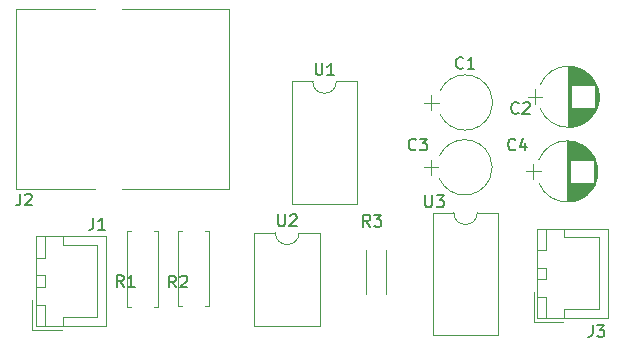
<source format=gbr>
G04 #@! TF.FileFunction,Legend,Top*
%FSLAX46Y46*%
G04 Gerber Fmt 4.6, Leading zero omitted, Abs format (unit mm)*
G04 Created by KiCad (PCBNEW 4.0.6) date 08/17/17 15:20:36*
%MOMM*%
%LPD*%
G01*
G04 APERTURE LIST*
%ADD10C,0.100000*%
%ADD11C,0.120000*%
%ADD12C,0.150000*%
G04 APERTURE END LIST*
D10*
D11*
X46040000Y4180000D02*
X51990000Y4180000D01*
X51990000Y4180000D02*
X51990000Y11780000D01*
X51990000Y11780000D02*
X46040000Y11780000D01*
X46040000Y11780000D02*
X46040000Y4180000D01*
X46040000Y7480000D02*
X46790000Y7480000D01*
X46790000Y7480000D02*
X46790000Y8480000D01*
X46790000Y8480000D02*
X46040000Y8480000D01*
X46040000Y8480000D02*
X46040000Y7480000D01*
X46040000Y4180000D02*
X46790000Y4180000D01*
X46790000Y4180000D02*
X46790000Y5980000D01*
X46790000Y5980000D02*
X46040000Y5980000D01*
X46040000Y5980000D02*
X46040000Y4180000D01*
X46040000Y9980000D02*
X46790000Y9980000D01*
X46790000Y9980000D02*
X46790000Y11780000D01*
X46790000Y11780000D02*
X46040000Y11780000D01*
X46040000Y11780000D02*
X46040000Y9980000D01*
X48290000Y4180000D02*
X48290000Y4930000D01*
X48290000Y4930000D02*
X51240000Y4930000D01*
X51240000Y4930000D02*
X51240000Y7980000D01*
X48290000Y11780000D02*
X48290000Y11030000D01*
X48290000Y11030000D02*
X51240000Y11030000D01*
X51240000Y11030000D02*
X51240000Y7980000D01*
X45740000Y6380000D02*
X45740000Y3880000D01*
X45740000Y3880000D02*
X48240000Y3880000D01*
X27020000Y24230000D02*
X25250000Y24230000D01*
X25250000Y24230000D02*
X25250000Y13830000D01*
X25250000Y13830000D02*
X30790000Y13830000D01*
X30790000Y13830000D02*
X30790000Y24230000D01*
X30790000Y24230000D02*
X29020000Y24230000D01*
X29020000Y24230000D02*
G75*
G02X27020000Y24230000I-1000000J0D01*
G01*
X33220000Y9980000D02*
X33220000Y6260000D01*
X31500000Y9980000D02*
X31500000Y6260000D01*
X1860000Y30370000D02*
X1860000Y15130000D01*
X19890000Y15130000D02*
X10900000Y15140000D01*
X19890000Y15130000D02*
X19890000Y30370000D01*
X19890000Y30370000D02*
X10890000Y30370000D01*
X8560000Y15140000D02*
X1860000Y15130000D01*
X8570000Y30370000D02*
X1860000Y30370000D01*
X13600000Y11570000D02*
X13930000Y11570000D01*
X13930000Y11570000D02*
X13930000Y5150000D01*
X13930000Y5150000D02*
X13600000Y5150000D01*
X11640000Y11570000D02*
X11310000Y11570000D01*
X11310000Y11570000D02*
X11310000Y5150000D01*
X11310000Y5150000D02*
X11640000Y5150000D01*
X48660000Y25490000D02*
X48660000Y20390000D01*
X48700000Y25490000D02*
X48700000Y20390000D01*
X48740000Y25489000D02*
X48740000Y20391000D01*
X48780000Y25488000D02*
X48780000Y20392000D01*
X48820000Y25486000D02*
X48820000Y20394000D01*
X48860000Y25483000D02*
X48860000Y20397000D01*
X48900000Y25479000D02*
X48900000Y20401000D01*
X48940000Y25475000D02*
X48940000Y23920000D01*
X48940000Y21960000D02*
X48940000Y20405000D01*
X48980000Y25471000D02*
X48980000Y23920000D01*
X48980000Y21960000D02*
X48980000Y20409000D01*
X49020000Y25465000D02*
X49020000Y23920000D01*
X49020000Y21960000D02*
X49020000Y20415000D01*
X49060000Y25459000D02*
X49060000Y23920000D01*
X49060000Y21960000D02*
X49060000Y20421000D01*
X49100000Y25453000D02*
X49100000Y23920000D01*
X49100000Y21960000D02*
X49100000Y20427000D01*
X49140000Y25446000D02*
X49140000Y23920000D01*
X49140000Y21960000D02*
X49140000Y20434000D01*
X49180000Y25438000D02*
X49180000Y23920000D01*
X49180000Y21960000D02*
X49180000Y20442000D01*
X49220000Y25429000D02*
X49220000Y23920000D01*
X49220000Y21960000D02*
X49220000Y20451000D01*
X49260000Y25420000D02*
X49260000Y23920000D01*
X49260000Y21960000D02*
X49260000Y20460000D01*
X49300000Y25410000D02*
X49300000Y23920000D01*
X49300000Y21960000D02*
X49300000Y20470000D01*
X49340000Y25400000D02*
X49340000Y23920000D01*
X49340000Y21960000D02*
X49340000Y20480000D01*
X49381000Y25388000D02*
X49381000Y23920000D01*
X49381000Y21960000D02*
X49381000Y20492000D01*
X49421000Y25376000D02*
X49421000Y23920000D01*
X49421000Y21960000D02*
X49421000Y20504000D01*
X49461000Y25364000D02*
X49461000Y23920000D01*
X49461000Y21960000D02*
X49461000Y20516000D01*
X49501000Y25350000D02*
X49501000Y23920000D01*
X49501000Y21960000D02*
X49501000Y20530000D01*
X49541000Y25336000D02*
X49541000Y23920000D01*
X49541000Y21960000D02*
X49541000Y20544000D01*
X49581000Y25322000D02*
X49581000Y23920000D01*
X49581000Y21960000D02*
X49581000Y20558000D01*
X49621000Y25306000D02*
X49621000Y23920000D01*
X49621000Y21960000D02*
X49621000Y20574000D01*
X49661000Y25290000D02*
X49661000Y23920000D01*
X49661000Y21960000D02*
X49661000Y20590000D01*
X49701000Y25273000D02*
X49701000Y23920000D01*
X49701000Y21960000D02*
X49701000Y20607000D01*
X49741000Y25255000D02*
X49741000Y23920000D01*
X49741000Y21960000D02*
X49741000Y20625000D01*
X49781000Y25236000D02*
X49781000Y23920000D01*
X49781000Y21960000D02*
X49781000Y20644000D01*
X49821000Y25216000D02*
X49821000Y23920000D01*
X49821000Y21960000D02*
X49821000Y20664000D01*
X49861000Y25196000D02*
X49861000Y23920000D01*
X49861000Y21960000D02*
X49861000Y20684000D01*
X49901000Y25174000D02*
X49901000Y23920000D01*
X49901000Y21960000D02*
X49901000Y20706000D01*
X49941000Y25152000D02*
X49941000Y23920000D01*
X49941000Y21960000D02*
X49941000Y20728000D01*
X49981000Y25129000D02*
X49981000Y23920000D01*
X49981000Y21960000D02*
X49981000Y20751000D01*
X50021000Y25105000D02*
X50021000Y23920000D01*
X50021000Y21960000D02*
X50021000Y20775000D01*
X50061000Y25080000D02*
X50061000Y23920000D01*
X50061000Y21960000D02*
X50061000Y20800000D01*
X50101000Y25053000D02*
X50101000Y23920000D01*
X50101000Y21960000D02*
X50101000Y20827000D01*
X50141000Y25026000D02*
X50141000Y23920000D01*
X50141000Y21960000D02*
X50141000Y20854000D01*
X50181000Y24998000D02*
X50181000Y23920000D01*
X50181000Y21960000D02*
X50181000Y20882000D01*
X50221000Y24968000D02*
X50221000Y23920000D01*
X50221000Y21960000D02*
X50221000Y20912000D01*
X50261000Y24937000D02*
X50261000Y23920000D01*
X50261000Y21960000D02*
X50261000Y20943000D01*
X50301000Y24905000D02*
X50301000Y23920000D01*
X50301000Y21960000D02*
X50301000Y20975000D01*
X50341000Y24872000D02*
X50341000Y23920000D01*
X50341000Y21960000D02*
X50341000Y21008000D01*
X50381000Y24837000D02*
X50381000Y23920000D01*
X50381000Y21960000D02*
X50381000Y21043000D01*
X50421000Y24801000D02*
X50421000Y23920000D01*
X50421000Y21960000D02*
X50421000Y21079000D01*
X50461000Y24763000D02*
X50461000Y23920000D01*
X50461000Y21960000D02*
X50461000Y21117000D01*
X50501000Y24723000D02*
X50501000Y23920000D01*
X50501000Y21960000D02*
X50501000Y21157000D01*
X50541000Y24682000D02*
X50541000Y23920000D01*
X50541000Y21960000D02*
X50541000Y21198000D01*
X50581000Y24639000D02*
X50581000Y23920000D01*
X50581000Y21960000D02*
X50581000Y21241000D01*
X50621000Y24594000D02*
X50621000Y23920000D01*
X50621000Y21960000D02*
X50621000Y21286000D01*
X50661000Y24546000D02*
X50661000Y23920000D01*
X50661000Y21960000D02*
X50661000Y21334000D01*
X50701000Y24496000D02*
X50701000Y23920000D01*
X50701000Y21960000D02*
X50701000Y21384000D01*
X50741000Y24444000D02*
X50741000Y23920000D01*
X50741000Y21960000D02*
X50741000Y21436000D01*
X50781000Y24388000D02*
X50781000Y23920000D01*
X50781000Y21960000D02*
X50781000Y21492000D01*
X50821000Y24330000D02*
X50821000Y23920000D01*
X50821000Y21960000D02*
X50821000Y21550000D01*
X50861000Y24267000D02*
X50861000Y23920000D01*
X50861000Y21960000D02*
X50861000Y21613000D01*
X50901000Y24201000D02*
X50901000Y21679000D01*
X50941000Y24129000D02*
X50941000Y21751000D01*
X50981000Y24052000D02*
X50981000Y21828000D01*
X51021000Y23968000D02*
X51021000Y21912000D01*
X51061000Y23874000D02*
X51061000Y22006000D01*
X51101000Y23769000D02*
X51101000Y22111000D01*
X51141000Y23647000D02*
X51141000Y22233000D01*
X51181000Y23499000D02*
X51181000Y22381000D01*
X51221000Y23294000D02*
X51221000Y22586000D01*
X45210000Y22940000D02*
X46410000Y22940000D01*
X45810000Y23590000D02*
X45810000Y22290000D01*
X51056863Y23921400D02*
G75*
G03X46262564Y23920000I-2396863J-981400D01*
G01*
X51056863Y21958600D02*
G75*
G02X46262564Y21960000I-2396863J981400D01*
G01*
X51056863Y21958600D02*
G75*
G03X51057436Y23920000I-2396863J981400D01*
G01*
X48560000Y19170000D02*
X48560000Y14070000D01*
X48600000Y19170000D02*
X48600000Y14070000D01*
X48640000Y19169000D02*
X48640000Y14071000D01*
X48680000Y19168000D02*
X48680000Y14072000D01*
X48720000Y19166000D02*
X48720000Y14074000D01*
X48760000Y19163000D02*
X48760000Y14077000D01*
X48800000Y19159000D02*
X48800000Y14081000D01*
X48840000Y19155000D02*
X48840000Y17600000D01*
X48840000Y15640000D02*
X48840000Y14085000D01*
X48880000Y19151000D02*
X48880000Y17600000D01*
X48880000Y15640000D02*
X48880000Y14089000D01*
X48920000Y19145000D02*
X48920000Y17600000D01*
X48920000Y15640000D02*
X48920000Y14095000D01*
X48960000Y19139000D02*
X48960000Y17600000D01*
X48960000Y15640000D02*
X48960000Y14101000D01*
X49000000Y19133000D02*
X49000000Y17600000D01*
X49000000Y15640000D02*
X49000000Y14107000D01*
X49040000Y19126000D02*
X49040000Y17600000D01*
X49040000Y15640000D02*
X49040000Y14114000D01*
X49080000Y19118000D02*
X49080000Y17600000D01*
X49080000Y15640000D02*
X49080000Y14122000D01*
X49120000Y19109000D02*
X49120000Y17600000D01*
X49120000Y15640000D02*
X49120000Y14131000D01*
X49160000Y19100000D02*
X49160000Y17600000D01*
X49160000Y15640000D02*
X49160000Y14140000D01*
X49200000Y19090000D02*
X49200000Y17600000D01*
X49200000Y15640000D02*
X49200000Y14150000D01*
X49240000Y19080000D02*
X49240000Y17600000D01*
X49240000Y15640000D02*
X49240000Y14160000D01*
X49281000Y19068000D02*
X49281000Y17600000D01*
X49281000Y15640000D02*
X49281000Y14172000D01*
X49321000Y19056000D02*
X49321000Y17600000D01*
X49321000Y15640000D02*
X49321000Y14184000D01*
X49361000Y19044000D02*
X49361000Y17600000D01*
X49361000Y15640000D02*
X49361000Y14196000D01*
X49401000Y19030000D02*
X49401000Y17600000D01*
X49401000Y15640000D02*
X49401000Y14210000D01*
X49441000Y19016000D02*
X49441000Y17600000D01*
X49441000Y15640000D02*
X49441000Y14224000D01*
X49481000Y19002000D02*
X49481000Y17600000D01*
X49481000Y15640000D02*
X49481000Y14238000D01*
X49521000Y18986000D02*
X49521000Y17600000D01*
X49521000Y15640000D02*
X49521000Y14254000D01*
X49561000Y18970000D02*
X49561000Y17600000D01*
X49561000Y15640000D02*
X49561000Y14270000D01*
X49601000Y18953000D02*
X49601000Y17600000D01*
X49601000Y15640000D02*
X49601000Y14287000D01*
X49641000Y18935000D02*
X49641000Y17600000D01*
X49641000Y15640000D02*
X49641000Y14305000D01*
X49681000Y18916000D02*
X49681000Y17600000D01*
X49681000Y15640000D02*
X49681000Y14324000D01*
X49721000Y18896000D02*
X49721000Y17600000D01*
X49721000Y15640000D02*
X49721000Y14344000D01*
X49761000Y18876000D02*
X49761000Y17600000D01*
X49761000Y15640000D02*
X49761000Y14364000D01*
X49801000Y18854000D02*
X49801000Y17600000D01*
X49801000Y15640000D02*
X49801000Y14386000D01*
X49841000Y18832000D02*
X49841000Y17600000D01*
X49841000Y15640000D02*
X49841000Y14408000D01*
X49881000Y18809000D02*
X49881000Y17600000D01*
X49881000Y15640000D02*
X49881000Y14431000D01*
X49921000Y18785000D02*
X49921000Y17600000D01*
X49921000Y15640000D02*
X49921000Y14455000D01*
X49961000Y18760000D02*
X49961000Y17600000D01*
X49961000Y15640000D02*
X49961000Y14480000D01*
X50001000Y18733000D02*
X50001000Y17600000D01*
X50001000Y15640000D02*
X50001000Y14507000D01*
X50041000Y18706000D02*
X50041000Y17600000D01*
X50041000Y15640000D02*
X50041000Y14534000D01*
X50081000Y18678000D02*
X50081000Y17600000D01*
X50081000Y15640000D02*
X50081000Y14562000D01*
X50121000Y18648000D02*
X50121000Y17600000D01*
X50121000Y15640000D02*
X50121000Y14592000D01*
X50161000Y18617000D02*
X50161000Y17600000D01*
X50161000Y15640000D02*
X50161000Y14623000D01*
X50201000Y18585000D02*
X50201000Y17600000D01*
X50201000Y15640000D02*
X50201000Y14655000D01*
X50241000Y18552000D02*
X50241000Y17600000D01*
X50241000Y15640000D02*
X50241000Y14688000D01*
X50281000Y18517000D02*
X50281000Y17600000D01*
X50281000Y15640000D02*
X50281000Y14723000D01*
X50321000Y18481000D02*
X50321000Y17600000D01*
X50321000Y15640000D02*
X50321000Y14759000D01*
X50361000Y18443000D02*
X50361000Y17600000D01*
X50361000Y15640000D02*
X50361000Y14797000D01*
X50401000Y18403000D02*
X50401000Y17600000D01*
X50401000Y15640000D02*
X50401000Y14837000D01*
X50441000Y18362000D02*
X50441000Y17600000D01*
X50441000Y15640000D02*
X50441000Y14878000D01*
X50481000Y18319000D02*
X50481000Y17600000D01*
X50481000Y15640000D02*
X50481000Y14921000D01*
X50521000Y18274000D02*
X50521000Y17600000D01*
X50521000Y15640000D02*
X50521000Y14966000D01*
X50561000Y18226000D02*
X50561000Y17600000D01*
X50561000Y15640000D02*
X50561000Y15014000D01*
X50601000Y18176000D02*
X50601000Y17600000D01*
X50601000Y15640000D02*
X50601000Y15064000D01*
X50641000Y18124000D02*
X50641000Y17600000D01*
X50641000Y15640000D02*
X50641000Y15116000D01*
X50681000Y18068000D02*
X50681000Y17600000D01*
X50681000Y15640000D02*
X50681000Y15172000D01*
X50721000Y18010000D02*
X50721000Y17600000D01*
X50721000Y15640000D02*
X50721000Y15230000D01*
X50761000Y17947000D02*
X50761000Y17600000D01*
X50761000Y15640000D02*
X50761000Y15293000D01*
X50801000Y17881000D02*
X50801000Y15359000D01*
X50841000Y17809000D02*
X50841000Y15431000D01*
X50881000Y17732000D02*
X50881000Y15508000D01*
X50921000Y17648000D02*
X50921000Y15592000D01*
X50961000Y17554000D02*
X50961000Y15686000D01*
X51001000Y17449000D02*
X51001000Y15791000D01*
X51041000Y17327000D02*
X51041000Y15913000D01*
X51081000Y17179000D02*
X51081000Y16061000D01*
X51121000Y16974000D02*
X51121000Y16266000D01*
X45110000Y16620000D02*
X46310000Y16620000D01*
X45710000Y17270000D02*
X45710000Y15970000D01*
X50956863Y17601400D02*
G75*
G03X46162564Y17600000I-2396863J-981400D01*
G01*
X50956863Y15638600D02*
G75*
G02X46162564Y15640000I-2396863J981400D01*
G01*
X50956863Y15638600D02*
G75*
G03X50957436Y17600000I-2396863J981400D01*
G01*
X17920000Y11600000D02*
X18250000Y11600000D01*
X18250000Y11600000D02*
X18250000Y5180000D01*
X18250000Y5180000D02*
X17920000Y5180000D01*
X15960000Y11600000D02*
X15630000Y11600000D01*
X15630000Y11600000D02*
X15630000Y5180000D01*
X15630000Y5180000D02*
X15960000Y5180000D01*
X3590000Y3520000D02*
X9540000Y3520000D01*
X9540000Y3520000D02*
X9540000Y11120000D01*
X9540000Y11120000D02*
X3590000Y11120000D01*
X3590000Y11120000D02*
X3590000Y3520000D01*
X3590000Y6820000D02*
X4340000Y6820000D01*
X4340000Y6820000D02*
X4340000Y7820000D01*
X4340000Y7820000D02*
X3590000Y7820000D01*
X3590000Y7820000D02*
X3590000Y6820000D01*
X3590000Y3520000D02*
X4340000Y3520000D01*
X4340000Y3520000D02*
X4340000Y5320000D01*
X4340000Y5320000D02*
X3590000Y5320000D01*
X3590000Y5320000D02*
X3590000Y3520000D01*
X3590000Y9320000D02*
X4340000Y9320000D01*
X4340000Y9320000D02*
X4340000Y11120000D01*
X4340000Y11120000D02*
X3590000Y11120000D01*
X3590000Y11120000D02*
X3590000Y9320000D01*
X5840000Y3520000D02*
X5840000Y4270000D01*
X5840000Y4270000D02*
X8790000Y4270000D01*
X8790000Y4270000D02*
X8790000Y7320000D01*
X5840000Y11120000D02*
X5840000Y10370000D01*
X5840000Y10370000D02*
X8790000Y10370000D01*
X8790000Y10370000D02*
X8790000Y7320000D01*
X3290000Y5720000D02*
X3290000Y3220000D01*
X3290000Y3220000D02*
X5790000Y3220000D01*
X23860000Y11430000D02*
X22090000Y11430000D01*
X22090000Y11430000D02*
X22090000Y3570000D01*
X22090000Y3570000D02*
X27630000Y3570000D01*
X27630000Y3570000D02*
X27630000Y11430000D01*
X27630000Y11430000D02*
X25860000Y11430000D01*
X25860000Y11430000D02*
G75*
G02X23860000Y11430000I-1000000J0D01*
G01*
X38960000Y13130000D02*
X37190000Y13130000D01*
X37190000Y13130000D02*
X37190000Y2730000D01*
X37190000Y2730000D02*
X42730000Y2730000D01*
X42730000Y2730000D02*
X42730000Y13130000D01*
X42730000Y13130000D02*
X40960000Y13130000D01*
X40960000Y13130000D02*
G75*
G02X38960000Y13130000I-1000000J0D01*
G01*
X36430000Y16960000D02*
X37630000Y16960000D01*
X37030000Y17610000D02*
X37030000Y16310000D01*
X42005210Y17939328D02*
G75*
G03X37755100Y17940000I-2125210J-979328D01*
G01*
X42005210Y15980672D02*
G75*
G02X37755100Y15980000I-2125210J979328D01*
G01*
X42005210Y15980672D02*
G75*
G03X42004900Y17940000I-2125210J979328D01*
G01*
X36470000Y22450000D02*
X37670000Y22450000D01*
X37070000Y23100000D02*
X37070000Y21800000D01*
X42045210Y23429328D02*
G75*
G03X37795100Y23430000I-2125210J-979328D01*
G01*
X42045210Y21470672D02*
G75*
G02X37795100Y21470000I-2125210J979328D01*
G01*
X42045210Y21470672D02*
G75*
G03X42044900Y23430000I-2125210J979328D01*
G01*
D12*
X50716667Y3607619D02*
X50716667Y2893333D01*
X50669047Y2750476D01*
X50573809Y2655238D01*
X50430952Y2607619D01*
X50335714Y2607619D01*
X51097619Y3607619D02*
X51716667Y3607619D01*
X51383333Y3226667D01*
X51526191Y3226667D01*
X51621429Y3179048D01*
X51669048Y3131429D01*
X51716667Y3036190D01*
X51716667Y2798095D01*
X51669048Y2702857D01*
X51621429Y2655238D01*
X51526191Y2607619D01*
X51240476Y2607619D01*
X51145238Y2655238D01*
X51097619Y2702857D01*
X27258095Y25777619D02*
X27258095Y24968095D01*
X27305714Y24872857D01*
X27353333Y24825238D01*
X27448571Y24777619D01*
X27639048Y24777619D01*
X27734286Y24825238D01*
X27781905Y24872857D01*
X27829524Y24968095D01*
X27829524Y25777619D01*
X28829524Y24777619D02*
X28258095Y24777619D01*
X28543809Y24777619D02*
X28543809Y25777619D01*
X28448571Y25634762D01*
X28353333Y25539524D01*
X28258095Y25491905D01*
X31883334Y11937619D02*
X31550000Y12413810D01*
X31311905Y11937619D02*
X31311905Y12937619D01*
X31692858Y12937619D01*
X31788096Y12890000D01*
X31835715Y12842381D01*
X31883334Y12747143D01*
X31883334Y12604286D01*
X31835715Y12509048D01*
X31788096Y12461429D01*
X31692858Y12413810D01*
X31311905Y12413810D01*
X32216667Y12937619D02*
X32835715Y12937619D01*
X32502381Y12556667D01*
X32645239Y12556667D01*
X32740477Y12509048D01*
X32788096Y12461429D01*
X32835715Y12366190D01*
X32835715Y12128095D01*
X32788096Y12032857D01*
X32740477Y11985238D01*
X32645239Y11937619D01*
X32359524Y11937619D01*
X32264286Y11985238D01*
X32216667Y12032857D01*
X2256667Y14737619D02*
X2256667Y14023333D01*
X2209047Y13880476D01*
X2113809Y13785238D01*
X1970952Y13737619D01*
X1875714Y13737619D01*
X2685238Y14642381D02*
X2732857Y14690000D01*
X2828095Y14737619D01*
X3066191Y14737619D01*
X3161429Y14690000D01*
X3209048Y14642381D01*
X3256667Y14547143D01*
X3256667Y14451905D01*
X3209048Y14309048D01*
X2637619Y13737619D01*
X3256667Y13737619D01*
X11003334Y6847619D02*
X10670000Y7323810D01*
X10431905Y6847619D02*
X10431905Y7847619D01*
X10812858Y7847619D01*
X10908096Y7800000D01*
X10955715Y7752381D01*
X11003334Y7657143D01*
X11003334Y7514286D01*
X10955715Y7419048D01*
X10908096Y7371429D01*
X10812858Y7323810D01*
X10431905Y7323810D01*
X11955715Y6847619D02*
X11384286Y6847619D01*
X11670000Y6847619D02*
X11670000Y7847619D01*
X11574762Y7704762D01*
X11479524Y7609524D01*
X11384286Y7561905D01*
X44443334Y21572857D02*
X44395715Y21525238D01*
X44252858Y21477619D01*
X44157620Y21477619D01*
X44014762Y21525238D01*
X43919524Y21620476D01*
X43871905Y21715714D01*
X43824286Y21906190D01*
X43824286Y22049048D01*
X43871905Y22239524D01*
X43919524Y22334762D01*
X44014762Y22430000D01*
X44157620Y22477619D01*
X44252858Y22477619D01*
X44395715Y22430000D01*
X44443334Y22382381D01*
X44824286Y22382381D02*
X44871905Y22430000D01*
X44967143Y22477619D01*
X45205239Y22477619D01*
X45300477Y22430000D01*
X45348096Y22382381D01*
X45395715Y22287143D01*
X45395715Y22191905D01*
X45348096Y22049048D01*
X44776667Y21477619D01*
X45395715Y21477619D01*
X44173334Y18482857D02*
X44125715Y18435238D01*
X43982858Y18387619D01*
X43887620Y18387619D01*
X43744762Y18435238D01*
X43649524Y18530476D01*
X43601905Y18625714D01*
X43554286Y18816190D01*
X43554286Y18959048D01*
X43601905Y19149524D01*
X43649524Y19244762D01*
X43744762Y19340000D01*
X43887620Y19387619D01*
X43982858Y19387619D01*
X44125715Y19340000D01*
X44173334Y19292381D01*
X45030477Y19054286D02*
X45030477Y18387619D01*
X44792381Y19435238D02*
X44554286Y18720952D01*
X45173334Y18720952D01*
X15443334Y6797619D02*
X15110000Y7273810D01*
X14871905Y6797619D02*
X14871905Y7797619D01*
X15252858Y7797619D01*
X15348096Y7750000D01*
X15395715Y7702381D01*
X15443334Y7607143D01*
X15443334Y7464286D01*
X15395715Y7369048D01*
X15348096Y7321429D01*
X15252858Y7273810D01*
X14871905Y7273810D01*
X15824286Y7702381D02*
X15871905Y7750000D01*
X15967143Y7797619D01*
X16205239Y7797619D01*
X16300477Y7750000D01*
X16348096Y7702381D01*
X16395715Y7607143D01*
X16395715Y7511905D01*
X16348096Y7369048D01*
X15776667Y6797619D01*
X16395715Y6797619D01*
X8436667Y12697619D02*
X8436667Y11983333D01*
X8389047Y11840476D01*
X8293809Y11745238D01*
X8150952Y11697619D01*
X8055714Y11697619D01*
X9436667Y11697619D02*
X8865238Y11697619D01*
X9150952Y11697619D02*
X9150952Y12697619D01*
X9055714Y12554762D01*
X8960476Y12459524D01*
X8865238Y12411905D01*
X24098095Y12977619D02*
X24098095Y12168095D01*
X24145714Y12072857D01*
X24193333Y12025238D01*
X24288571Y11977619D01*
X24479048Y11977619D01*
X24574286Y12025238D01*
X24621905Y12072857D01*
X24669524Y12168095D01*
X24669524Y12977619D01*
X25098095Y12882381D02*
X25145714Y12930000D01*
X25240952Y12977619D01*
X25479048Y12977619D01*
X25574286Y12930000D01*
X25621905Y12882381D01*
X25669524Y12787143D01*
X25669524Y12691905D01*
X25621905Y12549048D01*
X25050476Y11977619D01*
X25669524Y11977619D01*
X36548095Y14587619D02*
X36548095Y13778095D01*
X36595714Y13682857D01*
X36643333Y13635238D01*
X36738571Y13587619D01*
X36929048Y13587619D01*
X37024286Y13635238D01*
X37071905Y13682857D01*
X37119524Y13778095D01*
X37119524Y14587619D01*
X37500476Y14587619D02*
X38119524Y14587619D01*
X37786190Y14206667D01*
X37929048Y14206667D01*
X38024286Y14159048D01*
X38071905Y14111429D01*
X38119524Y14016190D01*
X38119524Y13778095D01*
X38071905Y13682857D01*
X38024286Y13635238D01*
X37929048Y13587619D01*
X37643333Y13587619D01*
X37548095Y13635238D01*
X37500476Y13682857D01*
X35763334Y18482857D02*
X35715715Y18435238D01*
X35572858Y18387619D01*
X35477620Y18387619D01*
X35334762Y18435238D01*
X35239524Y18530476D01*
X35191905Y18625714D01*
X35144286Y18816190D01*
X35144286Y18959048D01*
X35191905Y19149524D01*
X35239524Y19244762D01*
X35334762Y19340000D01*
X35477620Y19387619D01*
X35572858Y19387619D01*
X35715715Y19340000D01*
X35763334Y19292381D01*
X36096667Y19387619D02*
X36715715Y19387619D01*
X36382381Y19006667D01*
X36525239Y19006667D01*
X36620477Y18959048D01*
X36668096Y18911429D01*
X36715715Y18816190D01*
X36715715Y18578095D01*
X36668096Y18482857D01*
X36620477Y18435238D01*
X36525239Y18387619D01*
X36239524Y18387619D01*
X36144286Y18435238D01*
X36096667Y18482857D01*
X39753334Y25402857D02*
X39705715Y25355238D01*
X39562858Y25307619D01*
X39467620Y25307619D01*
X39324762Y25355238D01*
X39229524Y25450476D01*
X39181905Y25545714D01*
X39134286Y25736190D01*
X39134286Y25879048D01*
X39181905Y26069524D01*
X39229524Y26164762D01*
X39324762Y26260000D01*
X39467620Y26307619D01*
X39562858Y26307619D01*
X39705715Y26260000D01*
X39753334Y26212381D01*
X40705715Y25307619D02*
X40134286Y25307619D01*
X40420000Y25307619D02*
X40420000Y26307619D01*
X40324762Y26164762D01*
X40229524Y26069524D01*
X40134286Y26021905D01*
M02*

</source>
